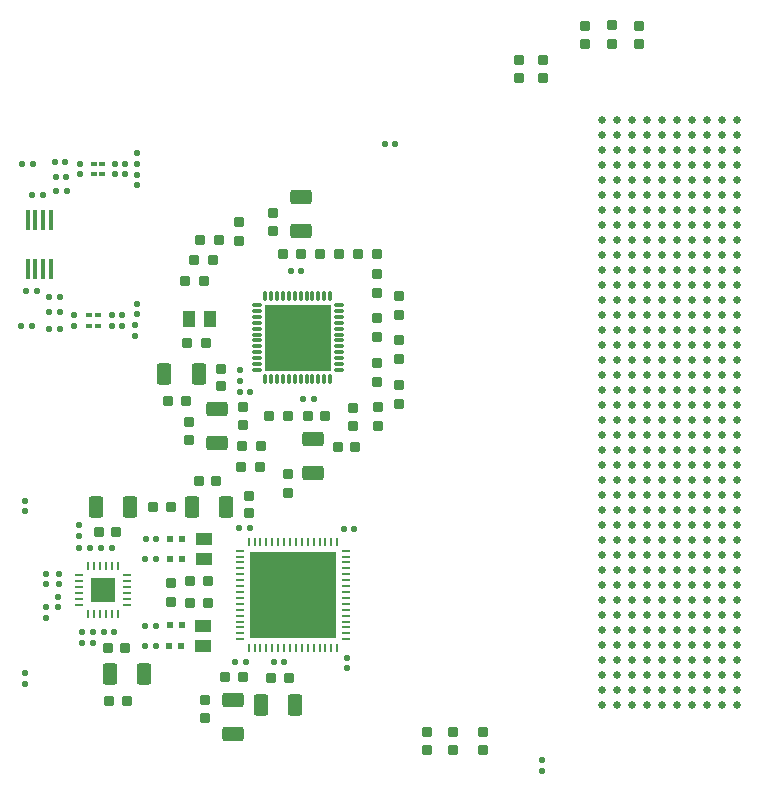
<source format=gtp>
G04 Layer_Color=8421504*
%FSLAX25Y25*%
%MOIN*%
G70*
G01*
G75*
G04:AMPARAMS|DCode=12|XSize=20mil|YSize=20mil|CornerRadius=6mil|HoleSize=0mil|Usage=FLASHONLY|Rotation=90.000|XOffset=0mil|YOffset=0mil|HoleType=Round|Shape=RoundedRectangle|*
%AMROUNDEDRECTD12*
21,1,0.02000,0.00800,0,0,90.0*
21,1,0.00800,0.02000,0,0,90.0*
1,1,0.01200,0.00400,0.00400*
1,1,0.01200,0.00400,-0.00400*
1,1,0.01200,-0.00400,-0.00400*
1,1,0.01200,-0.00400,0.00400*
%
%ADD12ROUNDEDRECTD12*%
G04:AMPARAMS|DCode=13|XSize=20mil|YSize=20mil|CornerRadius=6mil|HoleSize=0mil|Usage=FLASHONLY|Rotation=180.000|XOffset=0mil|YOffset=0mil|HoleType=Round|Shape=RoundedRectangle|*
%AMROUNDEDRECTD13*
21,1,0.02000,0.00800,0,0,180.0*
21,1,0.00800,0.02000,0,0,180.0*
1,1,0.01200,-0.00400,0.00400*
1,1,0.01200,0.00400,0.00400*
1,1,0.01200,0.00400,-0.00400*
1,1,0.01200,-0.00400,-0.00400*
%
%ADD13ROUNDEDRECTD13*%
%ADD14O,0.01575X0.07087*%
%ADD15R,0.01969X0.01181*%
G04:AMPARAMS|DCode=16|XSize=71mil|YSize=47mil|CornerRadius=7.99mil|HoleSize=0mil|Usage=FLASHONLY|Rotation=90.000|XOffset=0mil|YOffset=0mil|HoleType=Round|Shape=RoundedRectangle|*
%AMROUNDEDRECTD16*
21,1,0.07100,0.03102,0,0,90.0*
21,1,0.05502,0.04700,0,0,90.0*
1,1,0.01598,0.01551,0.02751*
1,1,0.01598,0.01551,-0.02751*
1,1,0.01598,-0.01551,-0.02751*
1,1,0.01598,-0.01551,0.02751*
%
%ADD16ROUNDEDRECTD16*%
G04:AMPARAMS|DCode=17|XSize=35mil|YSize=34mil|CornerRadius=9.01mil|HoleSize=0mil|Usage=FLASHONLY|Rotation=90.000|XOffset=0mil|YOffset=0mil|HoleType=Round|Shape=RoundedRectangle|*
%AMROUNDEDRECTD17*
21,1,0.03500,0.01598,0,0,90.0*
21,1,0.01698,0.03400,0,0,90.0*
1,1,0.01802,0.00799,0.00849*
1,1,0.01802,0.00799,-0.00849*
1,1,0.01802,-0.00799,-0.00849*
1,1,0.01802,-0.00799,0.00849*
%
%ADD17ROUNDEDRECTD17*%
G04:AMPARAMS|DCode=18|XSize=35mil|YSize=34mil|CornerRadius=9.01mil|HoleSize=0mil|Usage=FLASHONLY|Rotation=0.000|XOffset=0mil|YOffset=0mil|HoleType=Round|Shape=RoundedRectangle|*
%AMROUNDEDRECTD18*
21,1,0.03500,0.01598,0,0,0.0*
21,1,0.01698,0.03400,0,0,0.0*
1,1,0.01802,0.00849,-0.00799*
1,1,0.01802,-0.00849,-0.00799*
1,1,0.01802,-0.00849,0.00799*
1,1,0.01802,0.00849,0.00799*
%
%ADD18ROUNDEDRECTD18*%
G04:AMPARAMS|DCode=19|XSize=71mil|YSize=47mil|CornerRadius=7.99mil|HoleSize=0mil|Usage=FLASHONLY|Rotation=180.000|XOffset=0mil|YOffset=0mil|HoleType=Round|Shape=RoundedRectangle|*
%AMROUNDEDRECTD19*
21,1,0.07100,0.03102,0,0,180.0*
21,1,0.05502,0.04700,0,0,180.0*
1,1,0.01598,-0.02751,0.01551*
1,1,0.01598,0.02751,0.01551*
1,1,0.01598,0.02751,-0.01551*
1,1,0.01598,-0.02751,-0.01551*
%
%ADD19ROUNDEDRECTD19*%
G04:AMPARAMS|DCode=20|XSize=35mil|YSize=31mil|CornerRadius=6.05mil|HoleSize=0mil|Usage=FLASHONLY|Rotation=90.000|XOffset=0mil|YOffset=0mil|HoleType=Round|Shape=RoundedRectangle|*
%AMROUNDEDRECTD20*
21,1,0.03500,0.01891,0,0,90.0*
21,1,0.02291,0.03100,0,0,90.0*
1,1,0.01209,0.00946,0.01146*
1,1,0.01209,0.00946,-0.01146*
1,1,0.01209,-0.00946,-0.01146*
1,1,0.01209,-0.00946,0.01146*
%
%ADD20ROUNDEDRECTD20*%
G04:AMPARAMS|DCode=21|XSize=35mil|YSize=34mil|CornerRadius=5.95mil|HoleSize=0mil|Usage=FLASHONLY|Rotation=90.000|XOffset=0mil|YOffset=0mil|HoleType=Round|Shape=RoundedRectangle|*
%AMROUNDEDRECTD21*
21,1,0.03500,0.02210,0,0,90.0*
21,1,0.02310,0.03400,0,0,90.0*
1,1,0.01190,0.01105,0.01155*
1,1,0.01190,0.01105,-0.01155*
1,1,0.01190,-0.01105,-0.01155*
1,1,0.01190,-0.01105,0.01155*
%
%ADD21ROUNDEDRECTD21*%
G04:AMPARAMS|DCode=22|XSize=35mil|YSize=31mil|CornerRadius=6.05mil|HoleSize=0mil|Usage=FLASHONLY|Rotation=0.000|XOffset=0mil|YOffset=0mil|HoleType=Round|Shape=RoundedRectangle|*
%AMROUNDEDRECTD22*
21,1,0.03500,0.01891,0,0,0.0*
21,1,0.02291,0.03100,0,0,0.0*
1,1,0.01209,0.01146,-0.00946*
1,1,0.01209,-0.01146,-0.00946*
1,1,0.01209,-0.01146,0.00946*
1,1,0.01209,0.01146,0.00946*
%
%ADD22ROUNDEDRECTD22*%
G04:AMPARAMS|DCode=23|XSize=55mil|YSize=43mil|CornerRadius=7.96mil|HoleSize=0mil|Usage=FLASHONLY|Rotation=90.000|XOffset=0mil|YOffset=0mil|HoleType=Round|Shape=RoundedRectangle|*
%AMROUNDEDRECTD23*
21,1,0.05500,0.02709,0,0,90.0*
21,1,0.03909,0.04300,0,0,90.0*
1,1,0.01591,0.01355,0.01955*
1,1,0.01591,0.01355,-0.01955*
1,1,0.01591,-0.01355,-0.01955*
1,1,0.01591,-0.01355,0.01955*
%
%ADD23ROUNDEDRECTD23*%
G04:AMPARAMS|DCode=24|XSize=35mil|YSize=34mil|CornerRadius=5.95mil|HoleSize=0mil|Usage=FLASHONLY|Rotation=0.000|XOffset=0mil|YOffset=0mil|HoleType=Round|Shape=RoundedRectangle|*
%AMROUNDEDRECTD24*
21,1,0.03500,0.02210,0,0,0.0*
21,1,0.02310,0.03400,0,0,0.0*
1,1,0.01190,0.01155,-0.01105*
1,1,0.01190,-0.01155,-0.01105*
1,1,0.01190,-0.01155,0.01105*
1,1,0.01190,0.01155,0.01105*
%
%ADD24ROUNDEDRECTD24*%
%ADD25O,0.01102X0.03347*%
%ADD26R,0.22047X0.22047*%
%ADD27O,0.03347X0.01102*%
%ADD28R,0.02362X0.01969*%
%ADD29O,0.03150X0.00787*%
%ADD30O,0.00787X0.03150*%
%ADD31R,0.08268X0.08268*%
G04:AMPARAMS|DCode=32|XSize=55mil|YSize=43mil|CornerRadius=7.96mil|HoleSize=0mil|Usage=FLASHONLY|Rotation=180.000|XOffset=0mil|YOffset=0mil|HoleType=Round|Shape=RoundedRectangle|*
%AMROUNDEDRECTD32*
21,1,0.05500,0.02709,0,0,180.0*
21,1,0.03909,0.04300,0,0,180.0*
1,1,0.01591,-0.01955,0.01355*
1,1,0.01591,0.01955,0.01355*
1,1,0.01591,0.01955,-0.01355*
1,1,0.01591,-0.01955,-0.01355*
%
%ADD32ROUNDEDRECTD32*%
%ADD33R,0.29134X0.29134*%
%ADD34O,0.03150X0.00906*%
%ADD35O,0.00906X0.03150*%
%ADD36C,0.02520*%
D12*
X523250Y763500D02*
D03*
X526750D02*
D03*
X511800Y772500D02*
D03*
X515300D02*
D03*
X522750Y773000D02*
D03*
X526250D02*
D03*
X542750Y772500D02*
D03*
X546250D02*
D03*
X542750Y769000D02*
D03*
X546250D02*
D03*
X523000Y768000D02*
D03*
X526500D02*
D03*
X515250Y762000D02*
D03*
X518750D02*
D03*
X524300Y723000D02*
D03*
X520800D02*
D03*
X515050Y718500D02*
D03*
X511550D02*
D03*
X524300Y717500D02*
D03*
X520800D02*
D03*
Y728000D02*
D03*
X524300D02*
D03*
X545250Y718500D02*
D03*
X541750D02*
D03*
X545250Y722000D02*
D03*
X541750D02*
D03*
X516750Y730000D02*
D03*
X513250D02*
D03*
X587850Y696500D02*
D03*
X584350D02*
D03*
X604850Y736700D02*
D03*
X601350D02*
D03*
X609000Y694100D02*
D03*
X605500D02*
D03*
X534350Y644200D02*
D03*
X530850D02*
D03*
X531850Y612700D02*
D03*
X535350D02*
D03*
Y616400D02*
D03*
X531850D02*
D03*
X556350Y618489D02*
D03*
X552850D02*
D03*
X556450Y611739D02*
D03*
X552950D02*
D03*
X541650Y644193D02*
D03*
X538150D02*
D03*
X556500Y647200D02*
D03*
X553000D02*
D03*
X556350Y640700D02*
D03*
X552850D02*
D03*
X539100Y616400D02*
D03*
X542600D02*
D03*
X586450Y606500D02*
D03*
X582950D02*
D03*
X587750Y651000D02*
D03*
X584250D02*
D03*
X599150Y606500D02*
D03*
X595650D02*
D03*
X619058Y650700D02*
D03*
X622558D02*
D03*
X636250Y779122D02*
D03*
X632750D02*
D03*
D13*
X550000Y772500D02*
D03*
Y776000D02*
D03*
Y768750D02*
D03*
Y765250D02*
D03*
X529000Y722000D02*
D03*
Y718500D02*
D03*
X550000Y722250D02*
D03*
Y725750D02*
D03*
X549500Y718600D02*
D03*
Y715100D02*
D03*
X584312Y703673D02*
D03*
Y700173D02*
D03*
X531000Y772500D02*
D03*
Y769000D02*
D03*
X530900Y648500D02*
D03*
Y652000D02*
D03*
X512800Y656600D02*
D03*
Y660100D02*
D03*
X524000Y635800D02*
D03*
Y632300D02*
D03*
X519700Y635800D02*
D03*
Y632300D02*
D03*
Y624550D02*
D03*
Y621050D02*
D03*
X523900Y628050D02*
D03*
Y624550D02*
D03*
X512900Y599150D02*
D03*
Y602650D02*
D03*
X620000Y607700D02*
D03*
Y604200D02*
D03*
X685000Y573550D02*
D03*
Y570050D02*
D03*
D14*
X521339Y753669D02*
D03*
X518780D02*
D03*
X516221D02*
D03*
X513661D02*
D03*
X521339Y737331D02*
D03*
X518780D02*
D03*
X516221D02*
D03*
X513661D02*
D03*
D15*
X537000Y722000D02*
D03*
X534244D02*
D03*
Y718500D02*
D03*
X537000D02*
D03*
X535622Y769000D02*
D03*
X538378D02*
D03*
Y772500D02*
D03*
X535622D02*
D03*
D16*
X559269Y702200D02*
D03*
X570669D02*
D03*
X536300Y658100D02*
D03*
X547700D02*
D03*
X568500Y657900D02*
D03*
X579900D02*
D03*
X552400Y602500D02*
D03*
X541000D02*
D03*
X602700Y592100D02*
D03*
X591300D02*
D03*
D17*
X567500Y680300D02*
D03*
Y686200D02*
D03*
X595600Y756000D02*
D03*
Y750100D02*
D03*
X572900Y587750D02*
D03*
Y593650D02*
D03*
D18*
X560500Y693446D02*
D03*
X566400D02*
D03*
X570650Y666600D02*
D03*
X576550D02*
D03*
X561300Y658136D02*
D03*
X555400D02*
D03*
X546700Y593500D02*
D03*
X540800D02*
D03*
X622900Y678000D02*
D03*
X617000D02*
D03*
D19*
X576700Y679200D02*
D03*
Y690600D02*
D03*
X608800Y669300D02*
D03*
Y680700D02*
D03*
X604700Y761500D02*
D03*
Y750100D02*
D03*
X582000Y582200D02*
D03*
Y593600D02*
D03*
D20*
X585100Y678200D02*
D03*
X591400D02*
D03*
X594200Y688500D02*
D03*
X600500D02*
D03*
X584850Y671300D02*
D03*
X591150D02*
D03*
X566900Y712600D02*
D03*
X573200D02*
D03*
X566200Y733500D02*
D03*
X572500D02*
D03*
X569200Y740200D02*
D03*
X575500D02*
D03*
X571050Y746900D02*
D03*
X577350D02*
D03*
X611250Y742300D02*
D03*
X617550D02*
D03*
X623850Y742200D02*
D03*
X630150D02*
D03*
D21*
X585500Y691400D02*
D03*
Y685500D02*
D03*
X578200Y704100D02*
D03*
Y698200D02*
D03*
X587336Y655900D02*
D03*
Y661800D02*
D03*
X677500Y801000D02*
D03*
Y806900D02*
D03*
X685500Y801000D02*
D03*
Y806900D02*
D03*
X646800Y577100D02*
D03*
Y583000D02*
D03*
X655400Y577150D02*
D03*
Y583050D02*
D03*
X665400Y577150D02*
D03*
Y583050D02*
D03*
D22*
X600300Y668850D02*
D03*
Y662550D02*
D03*
X584100Y753000D02*
D03*
Y746700D02*
D03*
X630000Y729450D02*
D03*
Y735750D02*
D03*
X637400Y722118D02*
D03*
Y728418D02*
D03*
X630293Y691300D02*
D03*
Y685000D02*
D03*
X637500Y713516D02*
D03*
Y707216D02*
D03*
X630100Y706100D02*
D03*
Y699800D02*
D03*
X622000Y691150D02*
D03*
Y684850D02*
D03*
X637500Y698600D02*
D03*
Y692300D02*
D03*
X630000Y721000D02*
D03*
Y714700D02*
D03*
X561300Y626350D02*
D03*
Y632650D02*
D03*
X699500Y812200D02*
D03*
Y818500D02*
D03*
X708500Y812350D02*
D03*
Y818650D02*
D03*
X717500Y812200D02*
D03*
Y818500D02*
D03*
D23*
X574300Y720600D02*
D03*
X567600D02*
D03*
D24*
X612900Y688344D02*
D03*
X607000D02*
D03*
X543250Y649600D02*
D03*
X537350D02*
D03*
X540300Y611000D02*
D03*
X546200D02*
D03*
X585400Y601300D02*
D03*
X579500D02*
D03*
X567900Y633200D02*
D03*
X573800D02*
D03*
X567900Y626000D02*
D03*
X573800D02*
D03*
X594763Y600900D02*
D03*
X600663D02*
D03*
X604750Y742200D02*
D03*
X598850D02*
D03*
D25*
X612528Y728181D02*
D03*
X614496D02*
D03*
X608591Y700819D02*
D03*
X610559D02*
D03*
X612528D02*
D03*
X614496D02*
D03*
X602685D02*
D03*
X604654D02*
D03*
X608591Y728181D02*
D03*
X610559D02*
D03*
X592842D02*
D03*
X594811D02*
D03*
X596779D02*
D03*
X598748D02*
D03*
X600716D02*
D03*
X602685D02*
D03*
X604654D02*
D03*
X606622D02*
D03*
Y700819D02*
D03*
X600716D02*
D03*
X598748D02*
D03*
X596779D02*
D03*
X594811D02*
D03*
X592842D02*
D03*
D26*
X603669Y714500D02*
D03*
D27*
X589988Y703673D02*
D03*
Y705642D02*
D03*
Y707610D02*
D03*
Y709579D02*
D03*
Y711547D02*
D03*
Y713516D02*
D03*
Y715484D02*
D03*
Y717453D02*
D03*
Y719421D02*
D03*
Y721390D02*
D03*
Y723358D02*
D03*
Y725327D02*
D03*
X617350D02*
D03*
Y723358D02*
D03*
Y721390D02*
D03*
Y719421D02*
D03*
Y717453D02*
D03*
Y715484D02*
D03*
Y713516D02*
D03*
Y711547D02*
D03*
Y709579D02*
D03*
Y707610D02*
D03*
Y705642D02*
D03*
Y703673D02*
D03*
D28*
X565001Y618600D02*
D03*
X561064D02*
D03*
X560931Y611739D02*
D03*
X564868D02*
D03*
X565068Y647200D02*
D03*
X561131D02*
D03*
X561232Y640700D02*
D03*
X565169D02*
D03*
D29*
X530750Y635192D02*
D03*
Y633224D02*
D03*
Y631255D02*
D03*
Y629287D02*
D03*
Y627318D02*
D03*
Y625350D02*
D03*
X546892D02*
D03*
Y627318D02*
D03*
Y629287D02*
D03*
Y631255D02*
D03*
Y633224D02*
D03*
Y635192D02*
D03*
D30*
X533900Y622200D02*
D03*
X535869D02*
D03*
X537837D02*
D03*
X539806D02*
D03*
X541774D02*
D03*
X543743D02*
D03*
Y638342D02*
D03*
X541774D02*
D03*
X539806D02*
D03*
X537837D02*
D03*
X535869D02*
D03*
X533900D02*
D03*
D31*
X538821Y630271D02*
D03*
D32*
X572000Y618450D02*
D03*
Y611750D02*
D03*
X572600Y647250D02*
D03*
Y640550D02*
D03*
D33*
X602100Y628700D02*
D03*
D34*
X619718Y643464D02*
D03*
Y641495D02*
D03*
Y639527D02*
D03*
Y637558D02*
D03*
Y635590D02*
D03*
Y633621D02*
D03*
Y631653D02*
D03*
Y629684D02*
D03*
Y627716D02*
D03*
Y625747D02*
D03*
Y623779D02*
D03*
Y621810D02*
D03*
Y619842D02*
D03*
Y617873D02*
D03*
Y615905D02*
D03*
Y613936D02*
D03*
X584482D02*
D03*
Y615905D02*
D03*
Y617873D02*
D03*
Y619842D02*
D03*
Y621810D02*
D03*
Y623779D02*
D03*
Y625747D02*
D03*
Y627716D02*
D03*
Y629684D02*
D03*
Y631653D02*
D03*
Y633621D02*
D03*
Y635590D02*
D03*
Y637558D02*
D03*
Y639527D02*
D03*
Y641495D02*
D03*
Y643464D02*
D03*
D35*
X616864Y611082D02*
D03*
X612927D02*
D03*
X610958D02*
D03*
X608990D02*
D03*
X605053D02*
D03*
X603084D02*
D03*
X601116D02*
D03*
X599147D02*
D03*
X597179D02*
D03*
X595210D02*
D03*
X593242D02*
D03*
X591273D02*
D03*
X589305D02*
D03*
X587336D02*
D03*
Y646318D02*
D03*
X589305D02*
D03*
X591273D02*
D03*
X593242D02*
D03*
X595210D02*
D03*
X597179D02*
D03*
X599147D02*
D03*
X601116D02*
D03*
X603084D02*
D03*
X605053D02*
D03*
X607021D02*
D03*
X608990D02*
D03*
X610958D02*
D03*
X612927D02*
D03*
X614895D02*
D03*
X616864D02*
D03*
X614895Y611082D02*
D03*
X607021D02*
D03*
D36*
X750000Y592000D02*
D03*
Y597000D02*
D03*
Y602000D02*
D03*
Y607000D02*
D03*
Y612000D02*
D03*
Y617000D02*
D03*
Y622000D02*
D03*
Y627000D02*
D03*
Y632000D02*
D03*
Y637000D02*
D03*
Y642000D02*
D03*
Y647000D02*
D03*
Y652000D02*
D03*
Y657000D02*
D03*
Y662000D02*
D03*
Y667000D02*
D03*
Y672000D02*
D03*
Y677000D02*
D03*
Y682000D02*
D03*
Y687000D02*
D03*
Y692000D02*
D03*
Y697000D02*
D03*
Y702000D02*
D03*
Y707000D02*
D03*
Y712000D02*
D03*
Y717000D02*
D03*
Y722000D02*
D03*
Y727000D02*
D03*
Y732000D02*
D03*
Y737000D02*
D03*
Y742000D02*
D03*
Y747000D02*
D03*
Y752000D02*
D03*
Y757000D02*
D03*
Y762000D02*
D03*
Y767000D02*
D03*
Y772000D02*
D03*
Y777000D02*
D03*
Y782000D02*
D03*
Y787000D02*
D03*
X745000Y592000D02*
D03*
Y597000D02*
D03*
Y602000D02*
D03*
Y607000D02*
D03*
Y612000D02*
D03*
Y617000D02*
D03*
Y622000D02*
D03*
Y627000D02*
D03*
Y632000D02*
D03*
Y637000D02*
D03*
Y642000D02*
D03*
Y647000D02*
D03*
Y652000D02*
D03*
Y657000D02*
D03*
Y662000D02*
D03*
Y667000D02*
D03*
Y672000D02*
D03*
Y677000D02*
D03*
Y682000D02*
D03*
Y687000D02*
D03*
Y692000D02*
D03*
Y697000D02*
D03*
Y702000D02*
D03*
Y707000D02*
D03*
Y712000D02*
D03*
Y717000D02*
D03*
Y722000D02*
D03*
Y727000D02*
D03*
Y732000D02*
D03*
Y737000D02*
D03*
Y742000D02*
D03*
Y747000D02*
D03*
Y752000D02*
D03*
Y757000D02*
D03*
Y762000D02*
D03*
Y767000D02*
D03*
Y772000D02*
D03*
Y777000D02*
D03*
Y782000D02*
D03*
Y787000D02*
D03*
X740000Y592000D02*
D03*
Y597000D02*
D03*
Y602000D02*
D03*
Y607000D02*
D03*
Y612000D02*
D03*
Y617000D02*
D03*
Y622000D02*
D03*
Y627000D02*
D03*
Y632000D02*
D03*
Y637000D02*
D03*
Y642000D02*
D03*
Y647000D02*
D03*
Y652000D02*
D03*
Y657000D02*
D03*
Y662000D02*
D03*
Y667000D02*
D03*
Y672000D02*
D03*
Y677000D02*
D03*
Y682000D02*
D03*
Y687000D02*
D03*
Y692000D02*
D03*
Y697000D02*
D03*
Y702000D02*
D03*
Y707000D02*
D03*
Y712000D02*
D03*
Y717000D02*
D03*
Y722000D02*
D03*
Y727000D02*
D03*
Y732000D02*
D03*
Y737000D02*
D03*
Y742000D02*
D03*
Y747000D02*
D03*
Y752000D02*
D03*
Y757000D02*
D03*
Y762000D02*
D03*
Y767000D02*
D03*
Y772000D02*
D03*
Y777000D02*
D03*
Y782000D02*
D03*
Y787000D02*
D03*
X735000Y592000D02*
D03*
Y597000D02*
D03*
Y602000D02*
D03*
Y607000D02*
D03*
Y612000D02*
D03*
Y617000D02*
D03*
Y622000D02*
D03*
Y627000D02*
D03*
Y632000D02*
D03*
Y637000D02*
D03*
Y642000D02*
D03*
Y647000D02*
D03*
Y652000D02*
D03*
Y657000D02*
D03*
Y662000D02*
D03*
Y667000D02*
D03*
Y672000D02*
D03*
Y677000D02*
D03*
Y682000D02*
D03*
Y687000D02*
D03*
Y692000D02*
D03*
Y697000D02*
D03*
Y702000D02*
D03*
Y707000D02*
D03*
Y712000D02*
D03*
Y717000D02*
D03*
Y722000D02*
D03*
Y727000D02*
D03*
Y732000D02*
D03*
Y737000D02*
D03*
Y742000D02*
D03*
Y747000D02*
D03*
Y752000D02*
D03*
Y757000D02*
D03*
Y762000D02*
D03*
Y767000D02*
D03*
Y772000D02*
D03*
Y777000D02*
D03*
Y782000D02*
D03*
Y787000D02*
D03*
X730000Y592000D02*
D03*
Y597000D02*
D03*
Y602000D02*
D03*
Y607000D02*
D03*
Y612000D02*
D03*
Y617000D02*
D03*
Y622000D02*
D03*
Y627000D02*
D03*
Y632000D02*
D03*
Y637000D02*
D03*
Y642000D02*
D03*
Y647000D02*
D03*
Y652000D02*
D03*
Y657000D02*
D03*
Y662000D02*
D03*
Y667000D02*
D03*
Y672000D02*
D03*
Y677000D02*
D03*
Y682000D02*
D03*
Y687000D02*
D03*
Y692000D02*
D03*
Y697000D02*
D03*
Y702000D02*
D03*
Y707000D02*
D03*
Y712000D02*
D03*
Y717000D02*
D03*
Y722000D02*
D03*
Y727000D02*
D03*
Y732000D02*
D03*
Y737000D02*
D03*
Y742000D02*
D03*
Y747000D02*
D03*
Y752000D02*
D03*
Y757000D02*
D03*
Y762000D02*
D03*
Y767000D02*
D03*
Y772000D02*
D03*
Y777000D02*
D03*
Y782000D02*
D03*
Y787000D02*
D03*
X725000Y592000D02*
D03*
Y597000D02*
D03*
Y602000D02*
D03*
Y607000D02*
D03*
Y612000D02*
D03*
Y617000D02*
D03*
Y622000D02*
D03*
Y627000D02*
D03*
Y632000D02*
D03*
Y637000D02*
D03*
Y642000D02*
D03*
Y647000D02*
D03*
Y652000D02*
D03*
Y657000D02*
D03*
Y662000D02*
D03*
Y667000D02*
D03*
Y672000D02*
D03*
Y677000D02*
D03*
Y682000D02*
D03*
Y687000D02*
D03*
Y692000D02*
D03*
Y697000D02*
D03*
Y702000D02*
D03*
Y707000D02*
D03*
Y712000D02*
D03*
Y717000D02*
D03*
Y722000D02*
D03*
Y727000D02*
D03*
Y732000D02*
D03*
Y737000D02*
D03*
Y742000D02*
D03*
Y747000D02*
D03*
Y752000D02*
D03*
Y757000D02*
D03*
Y762000D02*
D03*
Y767000D02*
D03*
Y772000D02*
D03*
Y777000D02*
D03*
Y782000D02*
D03*
Y787000D02*
D03*
X720000Y592000D02*
D03*
Y597000D02*
D03*
Y602000D02*
D03*
Y607000D02*
D03*
Y612000D02*
D03*
Y617000D02*
D03*
Y622000D02*
D03*
Y627000D02*
D03*
Y632000D02*
D03*
Y637000D02*
D03*
Y642000D02*
D03*
Y647000D02*
D03*
Y652000D02*
D03*
Y657000D02*
D03*
Y662000D02*
D03*
Y667000D02*
D03*
Y672000D02*
D03*
Y677000D02*
D03*
Y682000D02*
D03*
Y687000D02*
D03*
Y692000D02*
D03*
Y697000D02*
D03*
Y702000D02*
D03*
Y707000D02*
D03*
Y712000D02*
D03*
Y717000D02*
D03*
Y722000D02*
D03*
Y727000D02*
D03*
Y732000D02*
D03*
Y737000D02*
D03*
Y742000D02*
D03*
Y747000D02*
D03*
Y752000D02*
D03*
Y757000D02*
D03*
Y762000D02*
D03*
Y767000D02*
D03*
Y772000D02*
D03*
Y777000D02*
D03*
Y782000D02*
D03*
Y787000D02*
D03*
X715000Y592000D02*
D03*
Y597000D02*
D03*
Y602000D02*
D03*
Y607000D02*
D03*
Y612000D02*
D03*
Y617000D02*
D03*
Y622000D02*
D03*
Y627000D02*
D03*
Y632000D02*
D03*
Y637000D02*
D03*
Y642000D02*
D03*
Y647000D02*
D03*
Y652000D02*
D03*
Y657000D02*
D03*
Y662000D02*
D03*
Y667000D02*
D03*
Y672000D02*
D03*
Y677000D02*
D03*
Y682000D02*
D03*
Y687000D02*
D03*
Y692000D02*
D03*
Y697000D02*
D03*
Y702000D02*
D03*
Y707000D02*
D03*
Y712000D02*
D03*
Y717000D02*
D03*
Y722000D02*
D03*
Y727000D02*
D03*
Y732000D02*
D03*
Y737000D02*
D03*
Y742000D02*
D03*
Y747000D02*
D03*
Y752000D02*
D03*
Y757000D02*
D03*
Y762000D02*
D03*
Y767000D02*
D03*
Y772000D02*
D03*
Y777000D02*
D03*
Y782000D02*
D03*
Y787000D02*
D03*
X705000Y592000D02*
D03*
Y597000D02*
D03*
Y602000D02*
D03*
Y607000D02*
D03*
Y612000D02*
D03*
Y617000D02*
D03*
Y622000D02*
D03*
Y627000D02*
D03*
Y632000D02*
D03*
Y637000D02*
D03*
Y642000D02*
D03*
Y647000D02*
D03*
Y652000D02*
D03*
Y657000D02*
D03*
Y662000D02*
D03*
Y667000D02*
D03*
Y672000D02*
D03*
Y677000D02*
D03*
Y682000D02*
D03*
Y687000D02*
D03*
Y692000D02*
D03*
Y697000D02*
D03*
Y702000D02*
D03*
Y707000D02*
D03*
Y712000D02*
D03*
Y717000D02*
D03*
Y722000D02*
D03*
Y727000D02*
D03*
Y732000D02*
D03*
Y737000D02*
D03*
Y742000D02*
D03*
Y747000D02*
D03*
Y752000D02*
D03*
Y757000D02*
D03*
Y762000D02*
D03*
Y767000D02*
D03*
Y772000D02*
D03*
Y777000D02*
D03*
Y782000D02*
D03*
Y787000D02*
D03*
X710000D02*
D03*
Y782000D02*
D03*
Y777000D02*
D03*
Y772000D02*
D03*
Y767000D02*
D03*
Y762000D02*
D03*
Y757000D02*
D03*
Y752000D02*
D03*
Y747000D02*
D03*
Y742000D02*
D03*
Y737000D02*
D03*
Y732000D02*
D03*
Y727000D02*
D03*
Y722000D02*
D03*
Y717000D02*
D03*
Y712000D02*
D03*
Y707000D02*
D03*
Y702000D02*
D03*
Y697000D02*
D03*
Y692000D02*
D03*
Y687000D02*
D03*
Y682000D02*
D03*
Y677000D02*
D03*
Y672000D02*
D03*
Y667000D02*
D03*
Y662000D02*
D03*
Y657000D02*
D03*
Y652000D02*
D03*
Y647000D02*
D03*
Y642000D02*
D03*
Y637000D02*
D03*
Y632000D02*
D03*
Y627000D02*
D03*
Y622000D02*
D03*
Y617000D02*
D03*
Y612000D02*
D03*
Y607000D02*
D03*
Y602000D02*
D03*
Y597000D02*
D03*
Y592000D02*
D03*
M02*

</source>
